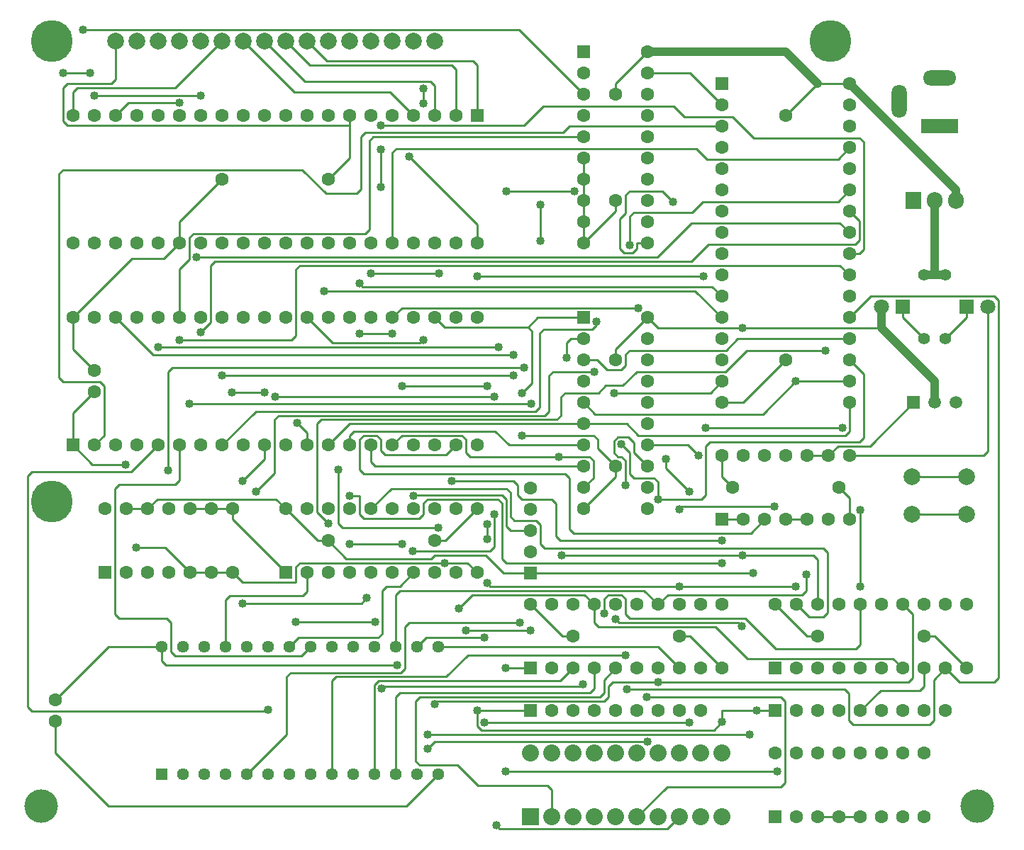
<source format=gbr>
%TF.GenerationSoftware,Novarm,DipTrace,4.3.0.4*%
%TF.CreationDate,2023-09-26T18:22:54+01:00*%
%FSLAX26Y26*%
%MOIN*%
%TF.FileFunction,Copper,L1,Top*%
%TF.Part,Single*%
%TA.AperFunction,Conductor*%
%ADD13C,0.03937*%
%ADD14C,0.009843*%
%TA.AperFunction,ComponentPad*%
%ADD18R,0.070866X0.070866*%
%ADD19C,0.070866*%
%ADD20R,0.062992X0.062992*%
%ADD21C,0.062992*%
%ADD22C,0.062992*%
%ADD23C,0.15748*%
%ADD24R,0.056693X0.056693*%
%ADD25C,0.056693*%
%ADD26R,0.173228X0.070866*%
%ADD27O,0.15748X0.070866*%
%ADD28O,0.070866X0.15748*%
%ADD29C,0.055118*%
%ADD30C,0.055118*%
%ADD31C,0.19685*%
%ADD32C,0.07874*%
%ADD33R,0.059055X0.059055*%
%ADD34C,0.059055*%
%ADD35R,0.08X0.08*%
%ADD36C,0.08*%
%ADD37R,0.075X0.07874*%
%ADD38O,0.075X0.07874*%
%TA.AperFunction,ViaPad*%
%ADD39C,0.04*%
G75*
G01*
%LPD*%
X5047638Y3393701D2*
D13*
Y3443701D1*
X4547638Y3943701D1*
X2097638Y1793701D2*
D14*
X2047638D1*
X1897638Y1943701D1*
X897638Y2843701D2*
Y2693701D1*
X997638Y2593701D1*
X1397638Y3193701D2*
Y3293701D1*
X1597638Y3493701D1*
X3447638Y2643701D2*
Y2693701D1*
X3597638Y2843701D1*
X4397638Y1343701D2*
X4347638D1*
X4197638Y1493701D1*
X3447638Y3893701D2*
Y3943701D1*
X3597638Y4093701D1*
X3247638Y1343701D2*
X3197638D1*
X3047638Y1493701D1*
X4697638Y2893701D2*
D13*
Y2793701D1*
X4947638Y2543701D1*
Y2443701D1*
X3947638Y2193701D2*
D14*
Y2093701D1*
X3997638Y2043701D1*
X1313386Y1293701D2*
X1063386D1*
X813386Y1043701D1*
X4547638Y3943701D2*
X4397638D1*
X4247638Y3793701D1*
X3597638Y4093701D2*
D13*
X4247638D1*
X4397638Y3943701D1*
X897638Y2843701D2*
D14*
X1175670Y3121733D1*
X1325670D1*
X1397638Y3193701D1*
X2097638Y1793701D2*
X2181693Y1709646D1*
X2581913D1*
X2596992Y1724725D1*
X2837760D1*
X2919572Y1642913D1*
X3047638D1*
X4697638Y2793701D2*
X4044055D1*
X1147638Y1943701D2*
X1247638D1*
X4397638Y493701D2*
X4497638D1*
X1313386Y1293701D2*
Y1227599D1*
X1333071Y1207914D1*
X2421736D1*
X3047638Y1371575D2*
X2745712D1*
X3047638Y1642913D2*
X4093897Y1642914D1*
X4044055Y2793701D2*
X3647638D1*
X3597638Y2843701D1*
X1247638Y1943701D2*
X1293898Y1989961D1*
X1851378D1*
X1897638Y1943701D1*
X4497638Y493701D2*
X4597638D1*
X2563716Y813705D2*
X2598480Y848469D1*
X3598248D1*
X3746870Y1940122D2*
X3761788Y1955040D1*
X4193893D1*
X3947638Y2843701D2*
X3822103Y2969236D1*
X2078665D1*
X1397638Y2243701D2*
Y2079172D1*
X1377953Y2059488D1*
X1113586D1*
X1093901Y2039803D1*
Y1447170D1*
X1113587Y1427484D1*
X1336815D1*
X1356500Y1407799D1*
Y1270276D1*
X1376185Y1250591D1*
X1970276D1*
X2013386Y1293701D1*
X1397638Y2739492D2*
X1924216D1*
X1943901Y2759177D1*
Y3070276D1*
X1963586Y3089961D1*
X4501378D1*
X4547638Y3043701D1*
X1478661Y3129331D2*
X3643901D1*
X3804531Y3289961D1*
X4501378D1*
X4547638Y3243701D1*
X1297638Y2243701D2*
X1172047Y2118110D1*
X704130D1*
X684445Y2098425D1*
Y1011221D1*
X704130Y991536D1*
X1807481D1*
X1813386Y997441D1*
X1343901Y2124040D2*
Y2587051D1*
X1363586Y2606736D1*
X3017720D1*
X1443901Y2437524D2*
X3052484D1*
X997638Y2243701D2*
X1043901Y2289964D1*
Y2521851D1*
X1024216Y2541536D1*
X851378D1*
X831693Y2561221D1*
Y3520276D1*
X851378Y3539961D1*
X1974708D1*
X2086913Y3427756D1*
X2231693D1*
X2251378Y3447441D1*
Y3693705D1*
X2271063Y3713390D1*
X3200752D1*
X3231063Y3743701D1*
X3947638D1*
X3597638Y3993701D2*
X3797638D1*
X3947638Y3843701D1*
X1847480Y2472288D2*
X2878665D1*
X2443901Y2522130D2*
X2843901D1*
X2197638Y1779173D2*
X2443901D1*
X3093901Y3205201D2*
Y3374729D1*
X2933114Y3439965D2*
X3254263D1*
X2493744Y1744410D2*
X2858980D1*
X2878665Y1764095D1*
Y1919965D1*
X3493901Y1255040D2*
X2753811D1*
X2652236Y1153465D1*
X2133075D1*
X2113386Y1133775D1*
Y693701D1*
X3597638Y2143701D2*
X3533271Y2208067D1*
Y2254508D1*
X3506047Y2281732D1*
X3459137D1*
X3439452Y2262047D1*
Y2209647D1*
X3459138Y2189961D1*
X3474216D1*
X3493901Y2170276D1*
Y2055201D1*
X3947638Y2943701D2*
X3901378Y2989961D1*
X2257936D1*
X2243897Y3004000D1*
X3836145Y2193862D2*
X3786306Y2243701D1*
X3597638D1*
X2563716Y883232D2*
X4076535D1*
X3793901Y2025209D2*
X3683271Y2135839D1*
Y2178469D1*
X2832401Y937681D2*
X3793901D1*
X3348512Y2589965D2*
X3153429D1*
X3133743Y2570279D1*
Y2402760D1*
X3114058Y2383075D1*
X1863586D1*
X1843901Y2363390D1*
Y2112126D1*
X1756500Y2024725D1*
X2997799Y1406819D2*
X2476185D1*
X2456500Y1387134D1*
Y1192835D1*
X2436815Y1173150D1*
X1919370D1*
X1899681Y1153461D1*
Y879996D1*
X1713386Y693701D1*
X978661Y3994095D2*
X851374D1*
X1613386Y1293701D2*
Y1514448D1*
X1633071Y1534134D1*
X1977953D1*
X1997638Y1553818D1*
Y1643701D1*
X3513586Y3183780D2*
Y3320280D1*
X3533271Y3339965D1*
X3807701D1*
X3857697Y3389961D1*
X4493898D1*
X4547638Y3443701D1*
X1597638Y2243701D2*
X1756697Y2402760D1*
X3070909D1*
X3090594Y2422445D1*
Y2770280D1*
X3110279Y2789965D1*
X3338980D1*
X3358980Y2809965D1*
Y2824729D1*
X1497638Y2774256D2*
X1543901Y2820519D1*
Y3089961D1*
X1563586Y3109646D1*
X3803413D1*
X3883728Y3189961D1*
X4574212D1*
X4593897Y3209646D1*
Y3297441D1*
X4547638Y3343701D1*
X3247638Y1193701D2*
X3187717Y1133780D1*
X2333075D1*
X2313386Y1114090D1*
Y693701D1*
X2397638Y2243701D2*
X2443902Y2289965D1*
X2724216D1*
X2743901Y2270280D1*
Y2209650D1*
X2763586Y2189965D1*
X3181850D1*
X3193901Y1724729D2*
X4043740D1*
X2243901Y2769701D2*
X2397638D1*
X3181850Y2189965D2*
X3324216D1*
X3343901Y2170280D1*
Y2089964D1*
X3297638Y2043701D1*
X4043740Y1724729D2*
X4377952D1*
X4397638Y1705043D1*
Y1493701D1*
X3347638Y1193701D2*
Y1099015D1*
X3327953Y1079331D1*
X2433075D1*
X2413386Y1059641D1*
Y693701D1*
X3297638Y2143701D2*
X2317327D1*
X2297638Y2163390D1*
Y2243701D1*
X4597638Y1493701D2*
Y1304330D1*
X4577953Y1284646D1*
X4202216D1*
X4057531Y1429331D1*
X3513586D1*
X3493901Y1449016D1*
Y1520276D1*
X3474216Y1539961D1*
X3413586D1*
X3393901Y1520276D1*
Y1450327D1*
X4512870Y2324729D2*
X3870909D1*
X4597638Y1579331D2*
Y1937075D1*
X2598480Y1024882D2*
X2613559Y1039961D1*
X3393901D1*
X3413586Y1059646D1*
Y1109488D1*
X3433271Y1129173D1*
X3647638D1*
X3297638Y2243701D2*
X2946717D1*
X2880768Y2309650D1*
X2217327D1*
X2197638Y2289960D1*
Y2243701D1*
X3439452Y2489965D2*
X3893902D1*
X3947638Y2543701D1*
X3647638Y1129173D2*
X4824216D1*
X4843901Y1148858D1*
Y1447437D1*
X4797638Y1493701D1*
X2097638Y2243701D2*
X2197638Y2343701D1*
X3297638D1*
X2613386Y1293701D2*
X3647638D1*
X3747638Y1193701D1*
X3297638Y2343701D2*
X3501796D1*
X3555532Y2289965D1*
X4527949D1*
X4547638Y2309653D1*
Y2443701D1*
Y2543701D2*
X4293897D1*
X2843901Y1594410D2*
X2858980Y1579331D1*
X3747638D1*
X2513386Y1293701D2*
X2556496Y1336811D1*
X2832405D1*
X1997638Y2243701D2*
Y2302763D1*
X1952090Y2348311D1*
X4293897Y2543701D2*
X4140161Y2389965D1*
X3351374D1*
X3297638Y2443701D1*
X3747638Y1579331D2*
X4293897D1*
X3474216Y2246969D2*
X3513586Y2207599D1*
Y2109650D1*
X3533271Y2089965D1*
X3627500D1*
X3647185Y2070280D1*
Y1989965D1*
X2413386Y1293701D2*
Y1539960D1*
X2433071Y1559646D1*
X3581693D1*
X3647638Y1493701D1*
X2316618Y1410945D2*
X1943901D1*
X3647185Y1989965D2*
X3851224D1*
X3870909Y2009650D1*
Y2239961D1*
X3890594Y2259646D1*
X4593897D1*
X4613582Y2279331D1*
Y2577756D1*
X4547638Y2643701D1*
X3647638Y1493701D2*
X3693902Y1539965D1*
X4324055D1*
X4343740Y1559650D1*
Y1633780D1*
X2710949Y1475040D2*
X2775870Y1539961D1*
X3301378D1*
X3347638Y1493701D1*
X3297638Y2643701D2*
X3360146D1*
X3406406Y2597441D1*
X3474216D1*
X3493901Y2617126D1*
Y2670280D1*
X3513586Y2689965D1*
X3967027D1*
X4020763Y2743701D1*
X4547638D1*
X1797638Y2243701D2*
Y2178303D1*
X1693901Y2074567D1*
X2278665Y1524882D2*
X2253153Y1499370D1*
X1693901D1*
X1643901Y2492457D2*
X1797638D1*
X3347638Y1493701D2*
Y1409646D1*
X3367323Y1389961D1*
X3918901D1*
X4068901Y1239961D1*
X4751378D1*
X4797638Y1193701D1*
X3502086Y1094410D2*
X4524212D1*
X4543897Y1074725D1*
Y947441D1*
X4563582Y927756D1*
X4924216D1*
X4943901Y947441D1*
Y1139964D1*
X4997638Y1193701D1*
X3216614Y2655201D2*
Y2724016D1*
X3236299Y2743701D1*
X3297638D1*
X4997638Y1193701D2*
X5063587Y1127752D1*
X5228149D1*
X5247834Y1147437D1*
Y2924213D1*
X5228149Y2943898D1*
X4647835D1*
X4547638Y2843701D1*
X3293901Y1119020D2*
X3283822Y1108941D1*
X2358078D1*
X2348153Y1099016D1*
X3597638Y3193701D2*
X3548350D1*
Y3168701D1*
X3528665Y3149016D1*
X3487008D1*
X3467323Y3168701D1*
Y3306993D1*
X3493901Y3333571D1*
Y3420280D1*
X3513586Y3439965D1*
X3668031D1*
X3718035Y3389961D1*
X3554263Y2889965D2*
X2443902D1*
X2397638Y2843701D1*
X2967878Y2668559D2*
X1272780D1*
X1097638Y2843701D1*
X943897Y4197839D2*
X2993500D1*
X3297638Y3893701D1*
X1297638Y2703323D2*
X2898350D1*
X3297638Y3693701D2*
X2309137D1*
X2289452Y3674016D1*
Y3259646D1*
X2269767Y3239961D1*
X1463582D1*
X1443897Y3220276D1*
Y3117700D1*
X1397638Y3071440D1*
Y2843701D1*
X2697638Y2243701D2*
X2651378Y2197441D1*
X2363586D1*
X2343901Y2217126D1*
Y2270280D1*
X2324216Y2289965D1*
X2263586D1*
X2243901Y2270280D1*
Y2129016D1*
X2263586Y2109331D1*
X3212008D1*
X3231693Y2089646D1*
Y1848705D1*
X3251378Y1829020D1*
X4082957D1*
X4147638Y1893701D1*
X2197638Y3793701D2*
Y3747441D1*
Y3593701D1*
X2097638Y3493701D1*
X3747638Y1343701D2*
X3797638D1*
X3947638Y1193701D1*
X813386Y945276D2*
Y793701D1*
X1063386Y543701D1*
X2463386D1*
X2613386Y693701D1*
X3447638Y3393701D2*
Y3343701D1*
X3297638Y3193701D1*
X2597638Y1793701D2*
X2647638D1*
X2797638Y1943701D1*
X897638Y2243701D2*
Y2395276D1*
X997638Y2495276D1*
X4947638Y3393701D2*
D13*
Y3043701D1*
X4897638D1*
X3447638Y2143701D2*
D14*
Y2093701D1*
X3297638Y1943701D1*
X4897638Y1343701D2*
X4947638D1*
X5097638Y1193701D1*
X3947638Y2443701D2*
X4047638D1*
X4247638Y2643701D1*
X4547638Y1893701D2*
Y1993701D1*
X4497638Y2043701D1*
X4947638Y3043701D2*
D13*
X4997638D1*
X3297638Y3193701D2*
D14*
Y3593701D1*
X2197638Y3747441D2*
X871059D1*
X851374Y3767126D1*
Y3924571D1*
X871059Y3944256D1*
X1077948D1*
X1097638Y3963945D1*
Y4143701D1*
X1193901Y1760847D2*
X1330492D1*
X1447638Y1643701D1*
X2597638Y2843701D2*
X2643898Y2797441D1*
X3036146D1*
X3082406Y2843701D1*
X3297638D1*
X897638Y2243701D2*
X988465Y2152874D1*
X1143901D1*
X3047638Y993701D2*
X2797638D1*
X5097638Y2095866D2*
X4841732D1*
X3447638Y2143701D2*
X3363586Y2227752D1*
Y2270280D1*
X3343905Y2289961D1*
X3007248D1*
X3036146Y2797441D2*
X3055830Y2777757D1*
Y2535948D1*
X3007248Y2487366D1*
X2643901Y1689961D2*
X2751378D1*
X2797638Y1643701D1*
X1647638D2*
X1693902Y1597437D1*
X1943901D1*
Y1670276D1*
X1963586Y1689961D1*
X2643901D1*
X1547638Y1643701D2*
X1647638D1*
X1447638D2*
X1547638D1*
X4111299Y993701D2*
X4146063D1*
X4197638D1*
X3947638Y940414D2*
Y993701D1*
X4111299D1*
X2797638D2*
Y922602D1*
X2817323Y902917D1*
X3910141D1*
X3947638Y940414D1*
X4297638Y1493701D2*
X4356693Y1434646D1*
X4424216D1*
X4443901Y1454331D1*
Y1739807D1*
X4424216Y1759492D1*
X3113586D1*
X3093901Y1779177D1*
Y1869488D1*
X3074216Y1889173D1*
X2972488D1*
X2952803Y1908858D1*
Y2020118D1*
X2933118Y2039803D1*
X2393740D1*
X2297638Y1943701D1*
X2612874Y1855040D2*
X2163586D1*
X2143901Y1874725D1*
Y2129012D1*
X2343901Y3458937D2*
Y3635358D1*
X4797638Y2893701D2*
Y2843701D1*
X4897638Y2743701D1*
X5097638Y2893701D2*
Y2843701D1*
X4997638Y2743701D1*
X1697638Y4143701D2*
X1936449Y3904890D1*
X2386449D1*
X2497638Y3793701D1*
X1797638Y4143701D2*
X1985985Y3955354D1*
X2577949D1*
X2597638Y3935665D1*
Y3793701D1*
X1897638Y4143701D2*
X2010827Y4030512D1*
X2677948D1*
X2697638Y4010822D1*
Y3793701D1*
X2797638D2*
Y4030511D1*
X2777952Y4050197D1*
X2091142D1*
X1997638Y4143701D1*
X2478661Y3600599D2*
X2797638Y3281622D1*
Y3193701D1*
X2543897Y3851063D2*
Y3920591D1*
X1597638Y4143701D2*
X1378508Y3924571D1*
X917322D1*
X897638Y3904886D1*
Y3793701D1*
X1397638Y3855043D2*
X1158980D1*
X1097638Y3793701D1*
X997638Y3889807D2*
X1497634D1*
X2843901Y1800595D2*
Y1870122D1*
X2497638Y2005040D2*
X2502244Y2009646D1*
X2913433D1*
X2933118Y1989961D1*
Y1862599D1*
X2952804Y1842913D1*
X3047638D1*
X1597638Y2571973D2*
X2967878D1*
X4597638Y993701D2*
X4693740Y1089803D1*
X4877952D1*
X4897638Y1109488D1*
Y1193701D1*
X1447638Y1943701D2*
X1547638D1*
X1647638D2*
Y1893701D1*
X1897638Y1643701D1*
X1547638Y1943701D2*
X1647638D1*
X3447638Y1193701D2*
X3393901Y1139964D1*
Y1079331D1*
X3374216Y1059646D1*
X2528952D1*
X2509267Y1039961D1*
Y756496D1*
X2528952Y736811D1*
X2705708D1*
X2800389Y642130D1*
X3127953D1*
X3147638Y622445D1*
Y493701D1*
X3593901Y1059646D2*
X4224212D1*
X4243897Y1039961D1*
Y655083D1*
X4224212Y635398D1*
X3689335D1*
X3547638Y493701D1*
X3447638Y1424725D2*
X3462717Y1409646D1*
X4025113D1*
X4041771Y1392988D1*
X2886854Y453543D2*
X2901932Y438465D1*
X3692402D1*
X3747638Y493701D1*
X3047638Y1193701D2*
X2930224D1*
X4209134Y708071D2*
X2930224D1*
X3947638Y1794256D2*
X3187114D1*
X3167429Y1813941D1*
Y1969488D1*
X3147744Y1989173D1*
X3007252D1*
X2987567Y2008858D1*
Y2054882D1*
X2967882Y2074567D1*
X2678665D1*
X3947638Y1893701D2*
X4047638D1*
X4847638Y2443701D2*
X4643898Y2239961D1*
X4493898D1*
X4447638Y2193701D1*
X4841732Y1918701D2*
X5097638D1*
X4447638Y2193701D2*
X4347638D1*
X2197638Y2005040D2*
X2243901D1*
Y1917122D1*
X2263586Y1897437D1*
X2524216D1*
X2543901Y1917122D1*
Y1970276D1*
X2563586Y1989961D1*
X2893744D1*
X2913429Y1970276D1*
Y1708858D1*
X2933114Y1689173D1*
X3947638D1*
X2097638Y1874725D2*
X2043901Y1928462D1*
Y2343705D1*
X2063586Y2363390D1*
X3171039D1*
X3190726Y2383077D1*
Y2470280D1*
X3210411Y2489965D1*
X3367622D1*
X3402386Y2524729D1*
X3480968D1*
X3546204Y2589965D1*
X3963582D1*
X4063578Y2689961D1*
X4432673D1*
X4547638Y2193701D2*
X5177949D1*
X5197638Y2213389D1*
Y2893701D1*
X2617326Y3052154D2*
X2297638D1*
X2797641Y3038240D2*
X3862244D1*
X4347638Y1893701D2*
X4247638D1*
X1913386Y1293701D2*
X1956496Y1336811D1*
X2331697D1*
X2351382Y1356496D1*
Y1559646D1*
X2371067Y1579331D1*
X2433268D1*
X2497638Y1643701D1*
X2343897Y3748154D2*
X3017078D1*
X3108889Y3839965D1*
X3722551D1*
X3772555Y3789961D1*
X3998819D1*
X4098819Y3689961D1*
X4593897D1*
X4613582Y3670276D1*
Y3163386D1*
X4593897Y3143701D1*
X4547638D1*
X2397638Y3193701D2*
Y3620280D1*
X2417322Y3639965D1*
X3827382D1*
X3877386Y3589961D1*
X4493898D1*
X4547638Y3643701D1*
X2543901Y2739492D2*
X2528823Y2724414D1*
X2116925D1*
X1997638Y2843701D1*
D39*
X4044055Y2793701D3*
X2421736Y1207914D3*
X2745712Y1371575D3*
X3047638D3*
X4093897Y1642914D3*
X3598248Y848469D3*
X2563716Y813705D3*
X4193893Y1955040D3*
X3746870Y1940122D3*
X2078665Y2969236D3*
X1397638Y2739492D3*
X1478661Y3129331D3*
X1813386Y997441D3*
X3017720Y2606736D3*
X1343901Y2124040D3*
X3052484Y2437524D3*
X1443901D3*
X2878665Y2472288D3*
X1847480D3*
X2843901Y2522130D3*
X2443901D3*
Y1779173D3*
X2197638D3*
X3093901Y3374729D3*
Y3205201D3*
X3254263Y3439965D3*
X2933114D3*
X2878665Y1919965D3*
X2493744Y1744410D3*
X3493901Y1255040D3*
Y2055201D3*
X2243897Y3004000D3*
X3836145Y2193862D3*
X4076535Y883232D3*
X2563716D3*
X3683271Y2178469D3*
X3793901Y2025209D3*
Y937681D3*
X2832401D3*
X1756500Y2024725D3*
X3348512Y2589965D3*
X2997799Y1406819D3*
X851374Y3994095D3*
X978661D3*
X3513586Y3183780D3*
X3358980Y2824729D3*
X1497638Y2774256D3*
X3181850Y2189965D3*
X2397638Y2769701D3*
X2243901D3*
X3193901Y1724729D3*
X4043740D3*
X3870909Y2324729D3*
X4512870D3*
X4597638Y1937075D3*
Y1579331D3*
X3393901Y1450327D3*
X2598480Y1024882D3*
X3439452Y2489965D3*
X3647638Y1129173D3*
X4293897Y1579331D3*
X2832405Y1336811D3*
X2843901Y1594410D3*
X1952090Y2348311D3*
X4293897Y2543701D3*
X3747638Y1579331D3*
X3474216Y2246969D3*
X4343740Y1633780D3*
X1943901Y1410945D3*
X2316618D3*
X3647185Y1989965D3*
X2710949Y1475040D3*
X1693901Y2074567D3*
Y1499370D3*
X2278665Y1524882D3*
X1797638Y2492457D3*
X1643901D3*
X2348153Y1099016D3*
X3502086Y1094410D3*
X3216614Y2655201D3*
X3293901Y1119020D3*
X3718035Y3389961D3*
X3554263Y2889965D3*
X2967878Y2668559D3*
X943897Y4197839D3*
X2898350Y2703323D3*
X1297638D3*
X1193901Y1760847D3*
X1143901Y2152874D3*
X3947638Y940414D3*
X3007248Y2289961D3*
Y2487366D3*
X2643901Y1689961D3*
X4111299Y993701D3*
X2797638D3*
X2143901Y2129012D3*
X2612874Y1855040D3*
X2343901Y3635358D3*
Y3458937D3*
X2478661Y3600599D3*
X2543897Y3920591D3*
Y3851063D3*
X1397638Y3855043D3*
X1497634Y3889807D3*
X997638D3*
X2843901Y1870122D3*
Y1800595D3*
X2497638Y2005040D3*
X2967878Y2571973D3*
X1597638D3*
X3593901Y1059646D3*
X4041771Y1392988D3*
X3447638Y1424725D3*
X2886854Y453543D3*
X2930224Y1193701D3*
Y708071D3*
X4209134D3*
X2678665Y2074567D3*
X3947638Y1794256D3*
Y1689173D3*
X2197638Y2005040D3*
X4432673Y2689961D3*
X2097638Y1874725D3*
X2297638Y3052154D3*
X2617326D3*
X3862244Y3038240D3*
X2797641D3*
X2343897Y3748154D3*
X2543901Y2739492D3*
D18*
X4797638Y2893701D3*
D19*
X4697638D3*
D20*
X3297638Y2843701D3*
D21*
Y2743701D3*
Y2643701D3*
Y2543701D3*
Y2443701D3*
Y2343701D3*
Y2243701D3*
Y2143701D3*
Y2043701D3*
Y1943701D3*
X3597638D3*
Y2043701D3*
Y2143701D3*
Y2243701D3*
Y2343701D3*
Y2443701D3*
Y2543701D3*
Y2643701D3*
Y2743701D3*
Y2843701D3*
D22*
X1597638Y3493701D3*
X2097638D3*
D20*
X4197638Y993701D3*
D21*
X4297638D3*
X4397638D3*
X4497638D3*
X4597638D3*
X4697638D3*
X4797638D3*
X4897638D3*
X4997638D3*
D23*
X747638Y543701D3*
D22*
X4397638Y1343701D3*
X4897638D3*
D20*
X897638Y2243701D3*
D21*
X997638D3*
X1097638D3*
X1197638D3*
X1297638D3*
X1397638D3*
X1497638D3*
X1597638D3*
X1697638D3*
X1797638D3*
X1897638D3*
X1997638D3*
X2097638D3*
X2197638D3*
X2297638D3*
X2397638D3*
X2497638D3*
X2597638D3*
X2697638D3*
X2797638D3*
Y2843701D3*
X2697638D3*
X2597638D3*
X2497638D3*
X2397638D3*
X2297638D3*
X2197638D3*
X2097638D3*
X1997638D3*
X1897638D3*
X1797638D3*
X1697638D3*
X1597638D3*
X1497638D3*
X1397638D3*
X1297638D3*
X1197638D3*
X1097638D3*
X997638D3*
X897638D3*
D22*
X3447638Y2643701D3*
Y2143701D3*
X2097638Y1793701D3*
X2597638D3*
D20*
X4197638Y1193701D3*
D21*
X4297638D3*
X4397638D3*
X4497638D3*
X4597638D3*
X4697638D3*
X4797638D3*
X4897638D3*
X4997638D3*
X5097638D3*
Y1493701D3*
X4997638D3*
X4897638D3*
X4797638D3*
X4697638D3*
X4597638D3*
X4497638D3*
X4397638D3*
X4297638D3*
X4197638D3*
D22*
X997638Y2593701D3*
Y2495276D3*
D24*
X1313386Y693701D3*
D25*
X1413386D3*
X1513386D3*
X1613386D3*
X1713386D3*
X1813386D3*
X1913386D3*
X2013386D3*
X2113386D3*
X2213386D3*
X2313386D3*
X2413386D3*
X2513386D3*
X2613386D3*
Y1293701D3*
X2513386D3*
X2413386D3*
X2313386D3*
X2213386D3*
X2113386D3*
X2013386D3*
X1913386D3*
X1813386D3*
X1713386D3*
X1613386D3*
X1513386D3*
X1413386D3*
X1313386D3*
D22*
X4247638Y3793701D3*
Y2643701D3*
D18*
X5097638Y2893701D3*
D19*
X5197638D3*
D22*
X3447638Y3893701D3*
Y3393701D3*
D20*
X3047638Y993701D3*
D21*
X3147638D3*
X3247638D3*
X3347638D3*
X3447638D3*
X3547638D3*
X3647638D3*
X3747638D3*
X3847638D3*
D23*
X5147638Y543701D3*
D26*
X4971260Y3743701D3*
D27*
Y3972047D3*
D28*
X4782283Y3861811D3*
D20*
X3047638Y1193701D3*
D21*
X3147638D3*
X3247638D3*
X3347638D3*
X3447638D3*
X3547638D3*
X3647638D3*
X3747638D3*
X3847638D3*
X3947638D3*
Y1493701D3*
X3847638D3*
X3747638D3*
X3647638D3*
X3547638D3*
X3447638D3*
X3347638D3*
X3247638D3*
X3147638D3*
X3047638D3*
D20*
Y1642913D3*
D21*
Y1742913D3*
Y1842913D3*
Y1942913D3*
Y2042913D3*
D29*
X4997638Y2743701D3*
D30*
Y3043701D3*
D22*
X1347638Y1943701D3*
Y1643701D3*
D20*
X1047638D3*
D21*
X1147638D3*
X1247638D3*
D22*
X1447638D3*
X1547638D3*
X1647638D3*
Y1943701D3*
X1547638D3*
X1447638D3*
X1247638D3*
X1147638D3*
X1047638D3*
D20*
X3947638Y3943701D3*
D21*
Y3843701D3*
Y3743701D3*
Y3643701D3*
Y3543701D3*
Y3443701D3*
Y3343701D3*
Y3243701D3*
Y3143701D3*
Y3043701D3*
Y2943701D3*
Y2843701D3*
Y2743701D3*
Y2643701D3*
Y2543701D3*
Y2443701D3*
X4547638D3*
Y2543701D3*
Y2643701D3*
Y2743701D3*
Y2843701D3*
Y2943701D3*
Y3043701D3*
Y3143701D3*
Y3243701D3*
Y3343701D3*
Y3443701D3*
Y3543701D3*
Y3643701D3*
Y3743701D3*
Y3843701D3*
Y3943701D3*
D20*
X4197638Y493701D3*
D21*
X4297638D3*
X4397638D3*
X4497638D3*
X4597638D3*
X4697638D3*
X4797638D3*
X4897638D3*
Y793701D3*
X4797638D3*
X4697638D3*
X4597638D3*
X4497638D3*
X4397638D3*
X4297638D3*
X4197638D3*
D22*
X3997638Y2043701D3*
X4497638D3*
X813386Y1043701D3*
Y945276D3*
D31*
X797638Y4143701D3*
Y1979921D3*
D32*
X1297638Y4143701D3*
X2497638D3*
X2597638D3*
D31*
X4457480D3*
D32*
X1097638D3*
X1197638D3*
X1397638D3*
X1497638D3*
X1597638D3*
X1697638D3*
X1797638D3*
X1897638D3*
X1997638D3*
X2097638D3*
X2197638D3*
X2297638D3*
X2397638D3*
D20*
X2797638Y3793701D3*
D21*
X2697638D3*
X2597638D3*
X2497638D3*
X2397638D3*
X2297638D3*
X2197638D3*
X2097638D3*
X1997638D3*
X1897638D3*
X1797638D3*
X1697638D3*
X1597638D3*
X1497638D3*
X1397638D3*
X1297638D3*
X1197638D3*
X1097638D3*
X997638D3*
X897638D3*
Y3193701D3*
X997638D3*
X1097638D3*
X1197638D3*
X1297638D3*
X1397638D3*
X1497638D3*
X1597638D3*
X1697638D3*
X1797638D3*
X1897638D3*
X1997638D3*
X2097638D3*
X2197638D3*
X2297638D3*
X2397638D3*
X2497638D3*
X2597638D3*
X2697638D3*
X2797638D3*
D33*
X4847638Y2443701D3*
D34*
X4947638D3*
X5047638D3*
D22*
X3247638Y1343701D3*
X3747638D3*
D29*
X4897638Y2743701D3*
D30*
Y3043701D3*
D20*
X3947638Y1893701D3*
D21*
X4047638D3*
X4147638D3*
X4247638D3*
X4347638D3*
X4447638D3*
X4547638D3*
Y2193701D3*
X4447638D3*
X4347638D3*
X4247638D3*
X4147638D3*
X4047638D3*
X3947638D3*
D20*
X1897638Y1643701D3*
D21*
X1997638D3*
X2097638D3*
X2197638D3*
X2297638D3*
X2397638D3*
X2497638D3*
X2597638D3*
X2697638D3*
X2797638D3*
Y1943701D3*
X2697638D3*
X2597638D3*
X2497638D3*
X2397638D3*
X2297638D3*
X2197638D3*
X2097638D3*
X1997638D3*
X1897638D3*
D35*
X3047638Y493701D3*
D36*
X3147638D3*
X3247638D3*
X3347638D3*
X3447638D3*
X3547638D3*
X3647638D3*
X3747638D3*
X3847638D3*
X3947638D3*
Y793701D3*
X3847638D3*
X3747638D3*
X3647638D3*
X3547638D3*
X3447638D3*
X3347638D3*
X3247638D3*
X3147638D3*
X3047638D3*
D20*
X3297638Y4093701D3*
D21*
Y3993701D3*
Y3893701D3*
Y3793701D3*
Y3693701D3*
Y3593701D3*
Y3493701D3*
Y3393701D3*
Y3293701D3*
Y3193701D3*
X3597638D3*
Y3293701D3*
Y3393701D3*
Y3493701D3*
Y3593701D3*
Y3693701D3*
Y3793701D3*
Y3893701D3*
Y3993701D3*
Y4093701D3*
D32*
X5097638Y1918701D3*
X4841732D3*
X5097638Y2095866D3*
X4841732D3*
D37*
X4847638Y3393701D3*
D38*
X4947638D3*
X5047638D3*
M02*

</source>
